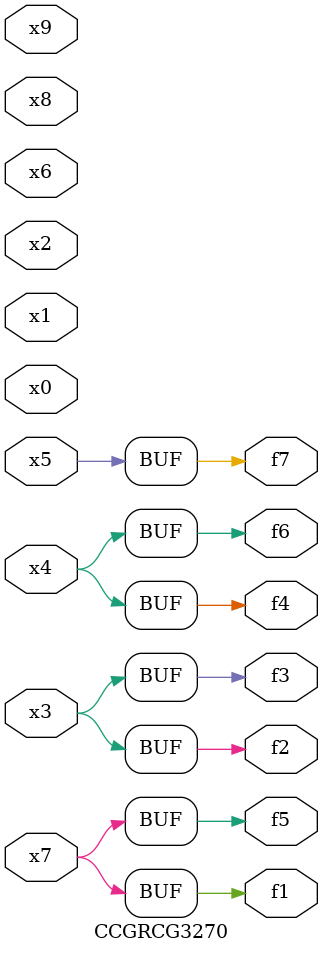
<source format=v>
module CCGRCG3270(
	input x0, x1, x2, x3, x4, x5, x6, x7, x8, x9,
	output f1, f2, f3, f4, f5, f6, f7
);
	assign f1 = x7;
	assign f2 = x3;
	assign f3 = x3;
	assign f4 = x4;
	assign f5 = x7;
	assign f6 = x4;
	assign f7 = x5;
endmodule

</source>
